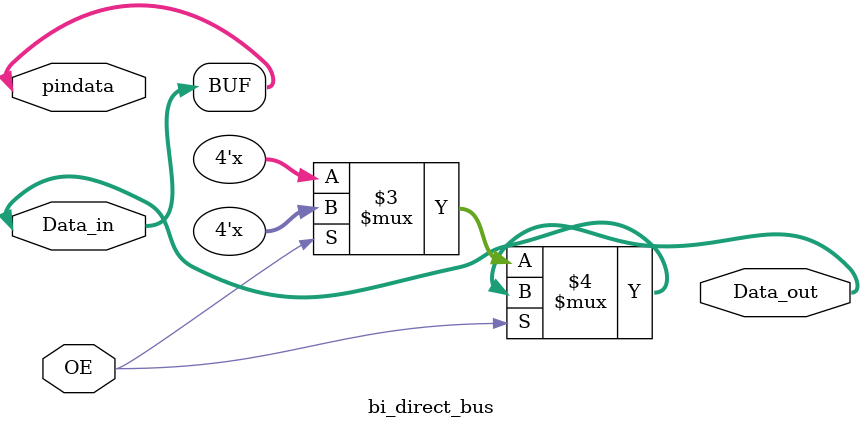
<source format=v>
module bi_direct_bus(pindata,Data_in,Data_out,OE);
parameter n_buff=4;
input OE;
inout[n_buff-1:0] pindata;
input [n_buff-1:0]  Data_in;
output [n_buff-1:0] Data_out;
assign Data_in=pindata;
assign pindata =(OE==1) ? Data_out :
                (OE==0) ? 'z:'x;
endmodule

</source>
